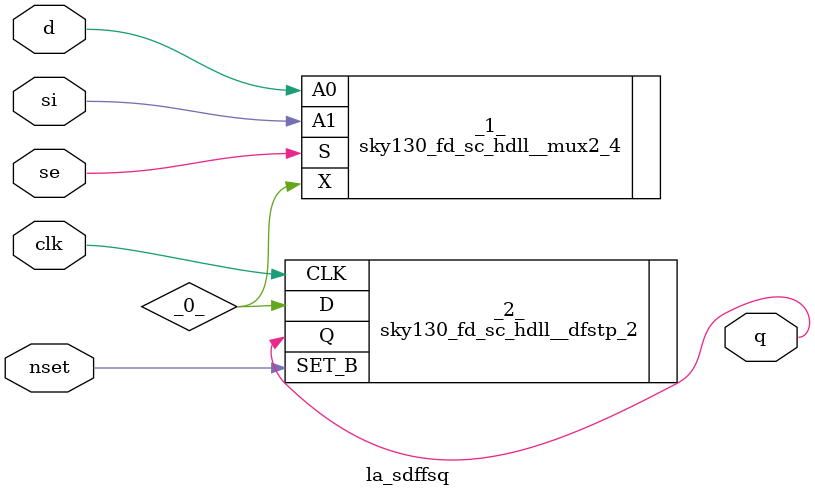
<source format=v>

/* Generated by Yosys 0.37 (git sha1 a5c7f69ed, clang 14.0.0-1ubuntu1.1 -fPIC -Os) */

module la_sdffsq(d, si, se, clk, nset, q);
  wire _0_;
  input clk;
  wire clk;
  input d;
  wire d;
  input nset;
  wire nset;
  output q;
  wire q;
  input se;
  wire se;
  input si;
  wire si;
  sky130_fd_sc_hdll__mux2_4 _1_ (
    .A0(d),
    .A1(si),
    .S(se),
    .X(_0_)
  );
  sky130_fd_sc_hdll__dfstp_2 _2_ (
    .CLK(clk),
    .D(_0_),
    .Q(q),
    .SET_B(nset)
  );
endmodule

</source>
